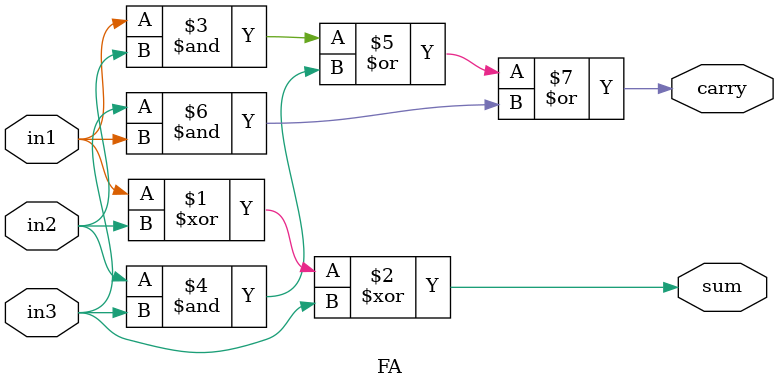
<source format=v>
`timescale 1ns / 1ps

// Author : Venu Pabbuleti 
// ID     : N180116
//Branch  : ECE
//Project : RTL design using Verilog
//Design  : Multi Adders
//Module  : Full Adder
//RGUKT NUZVID 
//////////////////////////////////////////////////////////////////////////////////


module FA(in1,in2,in3,sum,carry);
input in1,in2,in3;
output sum,carry;
assign sum = in1^in2^in3;
assign carry = (in1&in2)|(in2&in3)|(in3&in1);
endmodule

</source>
